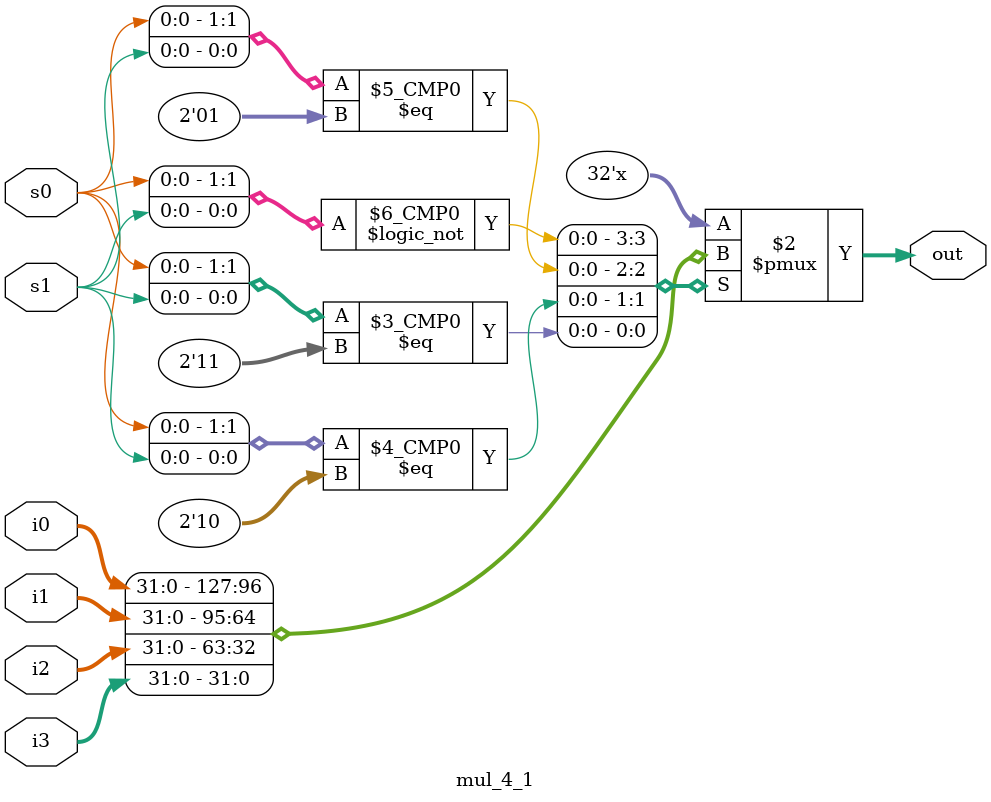
<source format=v>
`timescale 1ns / 1ps
module mul_4_1(i0, i1, i2, i3, out, s0, s1);
output reg [31:0] out;
input [31:0] i0, i1, i2, i3;
input s0, s1;
always @(i0 or i1 or i2 or i3 or s0 or s1)
begin
case({s0, s1})
    2'b00: out=i0;
    2'b01: out=i1;
    2'b10: out=i2;
    2'b11: out=i3;
    default: $display("please enter correct pair of s0 and s1");
endcase
end
endmodule
    

</source>
